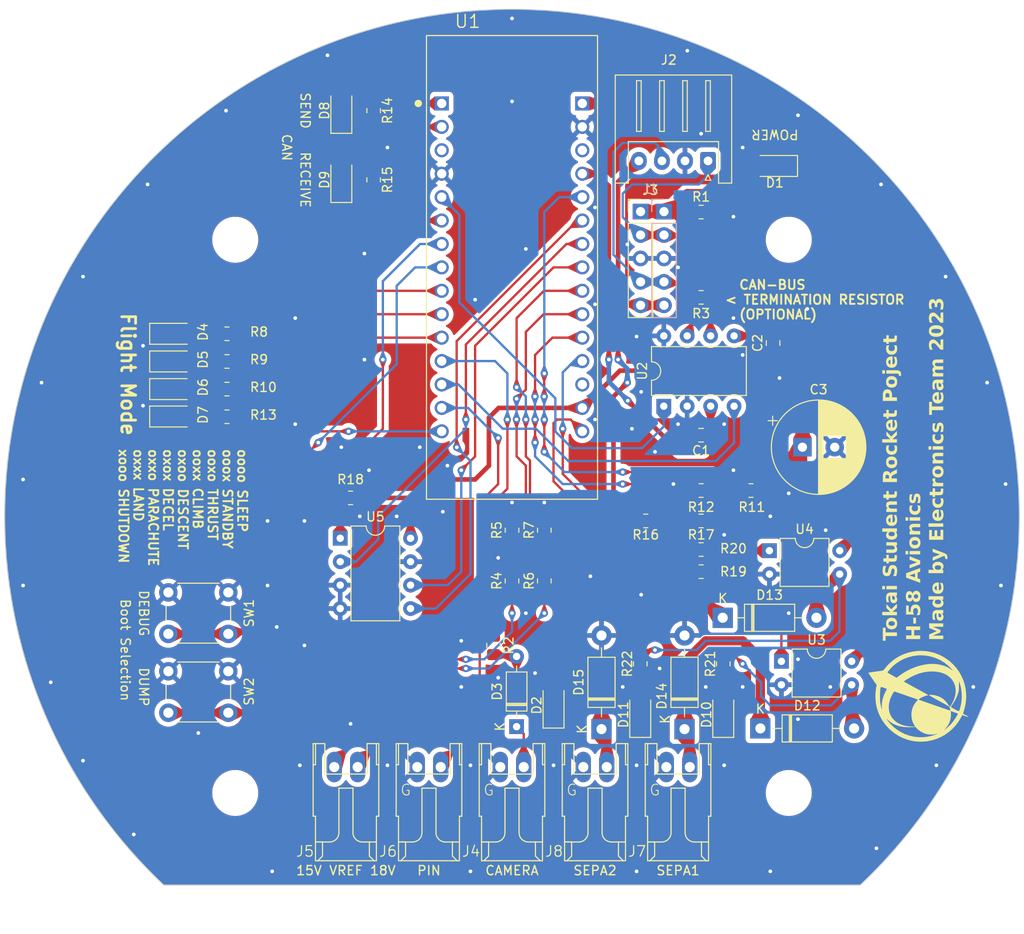
<source format=kicad_pcb>
(kicad_pcb (version 20221018) (generator pcbnew)
  (layers (0 "F.Cu" signal) (31 "B.Cu" signal) (34 "B.Paste" user) (35 "F.Paste" user) (36 "B.SilkS" user "B.Silkscreen") (37 "F.SilkS" user "F.Silkscreen") (38 "B.Mask" user) (39 "F.Mask" user) (44 "Edge.Cuts" user))
  (net 0 "")
  (net 1 "CAN_H")
  (net 2 "GND")
  (net 3 "+5V")
  (net 4 "+3.3V")
  (net 5 "CAN_L")
  (net 6 "CAN_TX")
  (net 7 "CAN_RX")
  (net 11 "FLIGHT_PIN")
  (net 12 "SOLENOID_POWER")
  (net 13 "Net-(D5-A)")
  (net 14 "Net-(D6-A)")
  (net 15 "Net-(D7-A)")
  (net 16 "Net-(D8-A)")
  (net 17 "Net-(D9-A)")
  (net 18 "CONTROL_SEPARATOR_1")
  (net 19 "CONTROL_SEPARATOR_0")
  (net 20 "CONTROL_CAMERA")
  (net 21 "FLIGHT_MODE_BIT_0")
  (net 22 "FLIGHT_MODE_BIT_1")
  (net 23 "FLIGHT_MODE_BIT_2")
  (net 24 "FLIGHT_MODE_BIT_3")
  (net 25 "DEBUG_MODE")
  (net 26 "Net-(D1-A)")
  (net 27 "VOLTAGE_5V")
  (net 28 "VOLTAGE_12V")
  (net 29 "VOLTAGE_15V")
  (net 30 "VOLTAGE_18V")
  (net 31 "DUMP_MODE")
  (net 32 "Net-(D2-A)")
  (net 33 "Net-(D3-K)")
  (net 34 "Net-(D4-A)")
  (net 35 "Net-(J5-Pin_1)")
  (net 36 "Net-(J5-Pin_2)")
  (net 37 "SPI_CS_FRAM")
  (net 38 "SPI_MISO")
  (net 39 "SPI_MOSI")
  (net 40 "SPI_SCLK")
  (net 41 "CAN_RECEIVE_STATUS")
  (net 42 "CAN_SEND_STATUS")
  (net 43 "Net-(D10-A)")
  (net 44 "Net-(D11-A)")
  (net 45 "Net-(D12-K)")
  (net 46 "Net-(D13-K)")
  (net 47 "Net-(R19-Pad2)")
  (net 48 "Net-(R20-Pad2)")
  (net 49 "Net-(D12-A)")
  (net 50 "Net-(D13-A)")
  (footprint "Hirose_Connector:Hirose_DF1B" (layer "F.Cu") (at 166.5 136)
    (fp_text reference "J7")
    (fp_text value "Conn_01x02_Pin")
  )
  (footprint "MountingHole:MountingHole_4.5mm" (layer "F.Cu") (at 178.5 75)
    (fp_text reference "REF**" hide)
    (fp_text value "MountingHole_4.5mm")
  )
  (footprint "Resistor_SMD:R_0805_2012Metric_Pad1.20x1.40mm_HandSolder" (layer "F.Cu") (at 169 105.5)
    (fp_text reference "R17")
    (fp_text value "?Ω")
  )
  (footprint "Resistor_SMD:R_0805_2012Metric_Pad1.20x1.40mm_HandSolder" (layer "F.Cu") (at 148.5 112 90)
    (fp_text reference "R4")
    (fp_text value "?Ω")
  )
  (footprint "Button_Switch_THT:SW_PUSH_6mm" (layer "F.Cu") (at 111.25 113.25)
    (fp_text reference "SW1")
    (fp_text value "SW_Push")
  )
  (footprint "Resistor_SMD:R_0805_2012Metric_Pad1.20x1.40mm_HandSolder" (layer "F.Cu") (at 169 72)
    (fp_text reference "R1")
    (fp_text value "2kΩ")
  )
  (footprint "Package_DIP:DIP-8_W7.62mm" (layer "F.Cu") (at 164.95 93.05 90)
    (fp_text reference "U2")
    (fp_text value "MCP2562-E-P")
  )
  (footprint "Diode_THT:D_DO-41_SOD81_P10.16mm_Horizontal" (layer "F.Cu") (at 171.34 116)
    (fp_text reference "D13")
    (fp_text value "1N4007")
  )
  (footprint "Resistor_SMD:R_0805_2012Metric_Pad1.20x1.40mm_HandSolder" (layer "F.Cu") (at 146.5 119 -90)
    (fp_text reference "R2")
    (fp_text value "330Ω")
  )
  (footprint "Package_DIP:DIP-4_W7.62mm" (layer "F.Cu") (at 177.7 120.725)
    (fp_text reference "U3")
    (fp_text value "TLP222A")
  )
  (footprint "Diode_THT:D_DO-41_SOD81_P10.16mm_Horizontal" (layer "F.Cu") (at 158.2 128.08 90)
    (fp_text reference "D15")
    (fp_text value "1N4007")
  )
  (footprint "Resistor_SMD:R_0805_2012Metric_Pad1.20x1.40mm_HandSolder" (layer "F.Cu") (at 169 102.2 180)
    (fp_text reference "R12")
    (fp_text value "?Ω")
  )
  (footprint "LED_SMD:LED_1206_3216Metric_Pad1.42x1.75mm_HandSolder" (layer "F.Cu") (at 111.6875 85.2)
    (fp_text reference "D4")
    (fp_text value "LED")
  )
  (footprint "Connector_JST:JST_XH_S4B-XH-A_1x04_P2.50mm_Horizontal" (layer "F.Cu") (at 169.75 66.45 180)
    (fp_text reference "J2")
    (fp_text value "Conn_01x04_Pin")
  )
  (footprint "Resistor_SMD:R_0805_2012Metric_Pad1.20x1.40mm_HandSolder" (layer "F.Cu") (at 171.400707 121 -90)
    (fp_text reference "R21")
    (fp_text value "2kΩ")
  )
  (footprint "Hirose_Connector:Hirose_DF1B" (layer "F.Cu") (at 157.5 136)
    (fp_text reference "J8")
    (fp_text value "Conn_01x02_Pin")
  )
  (footprint "Capacitor_SMD:C_0805_2012Metric_Pad1.18x1.45mm_HandSolder" (layer "F.Cu") (at 169 96.2 180)
    (fp_text reference "C1")
    (fp_text value "0.1μF")
  )
  (footprint "LED_SMD:LED_1206_3216Metric_Pad1.42x1.75mm_HandSolder" (layer "F.Cu") (at 162.4 126.5135 90)
    (fp_text reference "D11")
    (fp_text value "LED")
  )
  (footprint "LED_SMD:LED_1206_3216Metric_Pad1.42x1.75mm_HandSolder" (layer "F.Cu") (at 111.6875 88.2)
    (fp_text reference "D5")
    (fp_text value "LED")
  )
  (footprint "Button_Switch_THT:SW_PUSH_6mm" (layer "F.Cu") (at 111.25 121.8)
    (fp_text reference "SW2")
    (fp_text value "SW_Push")
  )
  (footprint "Resistor_SMD:R_0805_2012Metric_Pad1.20x1.40mm_HandSolder" (layer "F.Cu") (at 117.6 88.2 180)
    (fp_text reference "R9")
    (fp_text value "100Ω")
  )
  (footprint "Resistor_SMD:R_0805_2012Metric_Pad1.20x1.40mm_HandSolder" (layer "F.Cu") (at 117.6 94.2 180)
    (fp_text reference "R13")
    (fp_text value "100Ω")
  )
  (footprint "Resistor_SMD:R_0805_2012Metric_Pad1.20x1.40mm_HandSolder" (layer "F.Cu") (at 117.6 85.2 180)
    (fp_text reference "R8")
    (fp_text value "100Ω")
  )
  (footprint "Resistor_SMD:R_0805_2012Metric_Pad1.20x1.40mm_HandSolder" (layer "F.Cu") (at 131 103 180)
    (fp_text reference "R18")
    (fp_text value "4.7kΩ")
  )
  (footprint "LED_SMD:LED_1206_3216Metric_Pad1.42x1.75mm_HandSolder" (layer "F.Cu") (at 111.6875 94.17)
    (fp_text reference "D7")
    (fp_text value "LED")
  )
  (footprint "Resistor_SMD:R_0805_2012Metric_Pad1.20x1.40mm_HandSolder" (layer "F.Cu") (at 163 105.5)
    (fp_text reference "R16")
    (fp_text value "?Ω")
  )
  (footprint "LED_SMD:LED_1206_3216Metric_Pad1.42x1.75mm_HandSolder" (layer "F.Cu") (at 130 68.5 90)
    (fp_text reference "D9")
    (fp_text value "LED")
  )
  (footprint "Capacitor_SMD:C_0805_2012Metric_Pad1.18x1.45mm_HandSolder" (layer "F.Cu") (at 176.8 86.2 90)
    (fp_text reference "C2")
    (fp_text value "0.1μF")
  )
  (footprint "Resistor_SMD:R_0805_2012Metric_Pad1.20x1.40mm_HandSolder" (layer "F.Cu") (at 133.5 68.5 90)
    (fp_text reference "R15")
    (fp_text value "100Ω")
  )
  (footprint "Hirose_Connector:Hirose_DF1B" (layer "F.Cu") (at 148.5 136)
    (fp_text reference "J4")
    (fp_text value "Conn_01x02_Pin")
  )
  (footprint "LED_SMD:LED_1206_3216Metric_Pad1.42x1.75mm_HandSolder" (layer "F.Cu") (at 130 61 90)
    (fp_text reference "D8")
    (fp_text value "LED")
  )
  (footprint "Resistor_SMD:R_0805_2012Metric_Pad1.20x1.40mm_HandSolder" (layer "F.Cu") (at 169 81.25)
    (fp_text reference "R3")
    (fp_text value "120R1/4W")
  )
  (footprint "Resistor_SMD:R_0805_2012Metric_Pad1.20x1.40mm_HandSolder" (layer "F.Cu") (at 133.5 61 90)
    (fp_text reference "R14")
    (fp_text value "100Ω")
  )
  (footprint "MountingHole:MountingHole_4.5mm" (layer "F.Cu") (at 118.5 135)
    (fp_text reference "REF**" hide)
    (fp_text value "MountingHole_4.5mm")
  )
  (footprint "Package_DIP:DIP-8_W7.62mm" (layer "F.Cu") (at 129.88 107.38)
    (fp_text reference "U5")
    (fp_text value "MB85RS2MT")
  )
  (footprint "Resistor_SMD:R_0805_2012Metric_Pad1.20x1.40mm_HandSolder" (layer "F.Cu") (at 117.6 91.2 180)
    (fp_text reference "R10")
    (fp_text value "100Ω")
  )
  (footprint "Resistor_SMD:R_0805_2012Metric_Pad1.20x1.40mm_HandSolder" (layer "F.Cu") (at 162.4 121 -90)
    (fp_text reference "R22")
    (fp_text value "2kΩ")
  )
  (footprint "Resistor_SMD:R_0805_2012Metric_Pad1.20x1.40mm_HandSolder" (layer "F.Cu") (at 174.4 102.2 180)
    (fp_text reference "R11")
    (fp_text value "?Ω")
  )
  (footprint "Resistor_SMD:R_0805_2012Metric_Pad1.20x1.40mm_HandSolder" (layer "F.Cu") (at 152 112 90)
    (fp_text reference "R6")
    (fp_text value "?Ω")
  )
  (footprint "Hirose_Connector:Hirose_DF1B" (layer "F.Cu") (at 139.5 136)
    (fp_text reference "J6")
    (fp_text value "Conn_01x02_Pin")
  )
  (footprint "Connector_PinHeader_2.54mm:PinHeader_1x05_P2.54mm_Vertical" (layer "F.Cu") (at 162.435 71.95)
    (fp_text reference "J3")
    (fp_text value "Conn_01x05_Pin")
  )
  (footprint "MountingHole:MountingHole_4.5mm" (layer "F.Cu") (at 178.5 135)
    (fp_text reference "REF**" hide)
    (fp_text value "MountingHole_4.5mm")
  )
  (footprint "LED_SMD:LED_1206_3216Metric_Pad1.42x1.75mm_HandSolder" (layer "F.Cu") (at 171.4 126.5135 90)
    (fp_text reference "D10")
    (fp_text value "LED")
  )
  (footprint "Resistor_SMD:R_0805_2012Metric_Pad1.20x1.40mm_HandSolder" (layer "F.Cu") (at 169 111)
    (fp_text reference "R19")
    (fp_text value "100Ω")
  )
  (footprint "LED_SMD:LED_1206_3216Metric_Pad1.42x1.75mm_HandSolder" (layer "F.Cu") (at 153 125.5 90)
    (fp_text reference "D2")
    (fp_text value "LED")
  )
  (footprint "Hirose_Connector:Hirose_DF1B" (layer "F.Cu") (at 130.5 136)
    (fp_text reference "J5")
    (fp_text value "Conn_01x02_Pin")
  )
  (footprint "NUCLEO-F303K8:MODULE_NUCLEO-F303K8" (layer "F.Cu") (at 148.5 78)
    (fp_text reference "U1")
    (fp_text value "NUCLEO-F303K8")
  )
  (footprint "Package_DIP:DIP-4_W7.62mm" (layer "F.Cu") (at 176.4 108.725)
    (fp_text reference "U4")
    (fp_text value "TLP222A")
  )
  (footprint "Diode_THT:D_DO-41_SOD81_P10.16mm_Horizontal" (layer "F.Cu") (at 175.42 128)
    (fp_text reference "D12")
    (fp_text value "1N4007")
  )
  (footprint "Resistor_SMD:R_0805_2012Metric_Pad1.20x1.40mm_HandSolder" (layer "F.Cu") (at 152 106.5 90)
    (fp_text reference "R7")
    (fp_text value "?Ω")
  )
  (footprint "LED_SMD:LED_1206_3216Metric_Pad1.42x1.75mm_HandSolder" (layer "F.Cu") (at 176.9875 67 180)
    (fp_text reference "D1")
    (fp_text value "LED")
  )
  (footprint "MountingHole:MountingHole_4.5mm" (layer "F.Cu") (at 118.5 75)
    (fp_text reference "REF**" hide)
    (fp_text value "MountingHole_4.5mm")
  )
  (footprint "Resistor_SMD:R_0805_2012Metric_Pad1.20x1.40mm_HandSolder" (layer "F.Cu") (at 169 108.6)
    (fp_text reference "R20")
    (fp_text value "100Ω")
  )
  (footprint "LOGO" (layer "F.Cu") (at 192.5 124.5 90)
    (fp_text reference "G***" hide)
    (fp_text value "LOGO" hide)
  )
  (footprint "Diode_THT:D_DO-35_SOD27_P7.62mm_Horizontal" (layer "F.Cu") (at 149 127.81 90)
    (fp_text reference "D3")
    (fp_text value "1N4148")
  )
  (footprint "Resistor_SMD:R_0805_2012Metric_Pad1.20x1.40mm_HandSolder" (layer "F.Cu") (at 148.5 106.5 90)
    (fp_text reference "R5")
    (fp_text value "?Ω")
  )
  (footprint "LED_SMD:LED_1206_3216Metric_Pad1.42x1.75mm_HandSolder" (layer "F.Cu") (at 111.6875 91.2)
    (fp_text reference "D6")
    (fp_text value "LED")
  )
  (footprint "Capacitor_THT:CP_Radial_D10.0mm_P3.50mm" (layer "F.Cu") (at 179.982323 97.5)
    (fp_text reference "C3")
    (fp_text value "470μF")
  )
  (footprint "Diode_THT:D_DO-41_SOD81_P10.16mm_Horizontal" (layer "F.Cu") (at 167.2 128.08 90)
    (fp_text reference "D14")
    (fp_text value "1N4007")
  )
  (footprint "Connector_PinSocket_2.54mm:PinSocket_1x05_P2.54mm_Vertical" (layer "B.Cu") (at 164.975 71.95 180)
    (fp_text reference "J1")
    (fp_text value "Conn_01x05_Socket")
  )
  (gr_arc locked (start 110.75 145) (mid 148.5 49.999432) (end 186.25 145) (stroke (width 0.1)) (layer "Edge.Cuts"))
  (gr_line locked (start 186.25 145) (end 110.75 145) (stroke (width 0.1)) (layer "Edge.Cuts"))
  (gr_text "CAN" (at 123.5 65 -90) (layer "F.SilkS") (effects (font (size 1 1)) (justify bottom)))
  (gr_text "DEBUG" (at 108 115.5 270) (layer "F.SilkS") (effects (font (size 1 1)) (justify bottom)))
  (gr_text "  CAN-BUS\n< TERMINATION RESISTOR\n  (OPTIONAL)" (at 171.5 81.5) (layer "F.SilkS") (effects (font (size 1 1) (thickness 0.2) bold) (justify left)))
  (gr_text "DUMP" (at 108 123.5 270) (layer "F.SilkS") (effects (font (size 1 1)) (justify bottom)))
  (gr_text "SEPA1" (at 166.5 144) (layer "F.SilkS") (effects (font (size 1 1)) (justify bottom)))
  (gr_text "POWER" (at 177 63 180) (layer "F.SilkS") (effects (font (size 1 1)) (justify bottom)))
  (gr_text "18V" (at 134.5 144) (layer "F.SilkS") (effects (font (size 1 1)) (justify bottom)))
  (gr_text "RECEIVE" (at 125.5 68.5 -90) (layer "F.SilkS") (effects (font (size 1 1)) (justify bottom)))
  (gr_text "SEND" (at 125.5 61 -90) (layer "F.SilkS") (effects (font (size 1 1)) (justify bottom)))
  (gr_text "oooo SLEEP\nooox STANDBY\nooxo THRUST\nooxx CLIMB\noxoo DESCENT\noxox DECEL\noxxo PARACHUTE\noxxx LAND\nxooo SHUTDOWN" (at 105.8 97.6 270) (layer "F.SilkS") (effects (font (size 1 1) (thickness 0.2) bold) (justify left bottom)))
  (gr_text "15V" (at 126.5 144) (layer "F.SilkS") (effects (font (size 1 1)) (justify bottom)))
  (gr_text "VREF" (at 130.5 144) (layer "F.SilkS") (effects (font (size 1 1)) (justify bottom)))
  (gr_text "SEPA2" (at 157.5 144) (layer "F.SilkS") (effects (font (size 1 1)) (justify bottom)))
  (gr_text "Made by Electronics Team 2023" (at 195.5 118.5 90) (layer "F.SilkS") (effects (font (size 1.5 1.5) (thickness 0.25) bold) (justify left bottom)))
  (gr_text "Boot Selection\n" (at 106 119.5 270) (layer "F.SilkS") (effects (font (size 1 1)) (justify bottom)))
  (gr_text "CAMERA" (at 148.5 144) (layer "F.SilkS") (effects (font (size 1 1)) (justify bottom)))
  (gr_text "Tokai Student Rocket Poject\nH-58 Avionics" (at 193 118.5 90) (layer "F.SilkS") (effects (font (size 1.5 1.5) (thickness 0.3) bold) (justify left bottom)))
  (gr_text "Flight Mode" (at 106 89.6 -90) (layer "F.SilkS") (effects (font (size 1.5 1.5) (thickness 0.3) bold) (justify bottom)))
  (gr_text "PIN" (at 139.5 144) (layer "F.SilkS") (effects (font (size 1 1)) (justify bottom)))
  (segment (start 168 81.25) (end 168 84.92) (width 0.25) (layer "F.Cu") (net 1))
  (segment (start 168 81.25) (end 166.32 79.57) (width 0.25) (layer "F.Cu") (net 1))
  (segment (start 166.32 79.57) (end 164.975 79.57) (width 0.25) (layer "F.Cu") (net 1))
  (segment (start 168 84.92) (end 167.49 85.43) (width 0.25) (layer "F.Cu") (net 1))
  (segment (start 159.5 76.635) (end 159.5 65.5) (width 0.25) (layer "B.Cu") (net 1))
  (segment (start 160.5 64.5) (end 164 64.5) (width 0.25) (layer "B.Cu") (net 1))
  (segment (start 164.75 65.25) (end 164.75 66.45) (width 0.25) (layer "B.Cu") (net 1))
  (segment (start 164 64.5) (end 164.75 65.25) (width 0.25) (layer "B.Cu") (net 1))
  (segment (start 159.5 65.5) (end 160.5 64.5) (width 0.25) (layer "B.Cu") (net 1))
  (segment (start 162.435 79.57) (end 164.975 79.57) (width 0.25) (layer "B.Cu") (net 1))
  (segment (start 162.435 79.57) (end 159.5 76.635) (width 0.25) (layer "B.Cu") (net 1))
  (via (at 162.5 91.5) (size 0.8) (drill 0.4) (layers "F.Cu" "B.Cu") (net 2))
  (via (at 143 118.5) (size 0.8) (drill 0.4) (layers "F.Cu" "B.Cu") (net 2))
  (via (at 128.5 55) (size 0.8) (drill 0.4) (layers "F.Cu" "B.Cu") (net 2))
  (via (at 132 105) (size 0.8) (drill 0.4) (layers "F.Cu" "B.Cu") (net 2))
  (via (at 164.5 121.5) (size 0.8) (drill 0.4) (layers "F.Cu" "B.Cu") (net 2))
  (via (at 178.5 102.5) (size 0.8) (drill 0.4) (layers "F.Cu" "B.Cu") (net 2))
  (via (at 171.5 107) (size 0.8) (drill 0.4) (layers "F.Cu" "B.Cu") (net 2))
  (via (at 201.5 112.5) (size 0.8) (drill 0.4) (layers "F.Cu" "B.Cu") (net 2))
  (via (at 157 111.5) (size 0.8) (drill 0.4) (layers "F.Cu" "B.Cu") (net 2))
  (via (at 152 103.5) (size 0.8) (drill 0.4) (layers "F.Cu" "B.Cu") (net 2))
  (via (at 122 105.5) (size 0.8) (drill 0.4) (layers "F.Cu" "B.Cu") (net 2))
  (via (at 153 132) (size 0.8) (drill 0.4) (layers "F.Cu" "B.Cu") (net 2))
  (via (at 172.5 83.5) (size 0.8) (drill 0.4) (layers "F.Cu" "B.Cu") (net 2))
  (via (at 122.5 143.5) (size 0.8) (drill 0.4) (layers "F.Cu" "B.Cu") (net 2))
  (via (at 130 97.5) (size 0.8) (drill 0.4) (layers "F.Cu" "B.Cu") (net 2))
  (via (at 179.5 61.5) (size 0.8) (drill 0.4) (layers "F.Cu" "B.Cu") (net 2))
  (via (at 188.5 69) (size 0.8) (drill 0.4) (layers "F.Cu" "B.Cu") (net 2))
  (via (at 169.5 123.5) (size 0.8) (drill 0.4) (layers "F.Cu" "B.Cu") (net 2))
  (via (at 141.5 99.5) (size 0.8) (drill 0.4) (layers "F.Cu" "B.Cu") (net 2))
  (via (at 162 132) (size 0.8) (drill 0.4) (layers "F.Cu" "B.Cu") (net 2))
  (via (at 169 63.5) (size 0.8) (drill 0.4) (layers "F.Cu" "B.Cu") (net 2))
  (via (at 123 117) (size 0.8) (drill 0.4) (layers "F.Cu" "B.Cu") (net 2))
  (via (at 147 122.5) (size 0.8) (drill 0.4) (layers "F.Cu" "B.Cu") (net 2))
  (via (at 132.5 88) (size 0.8) (drill 0.4) (layers "F.Cu" "B.Cu") (net 2))
  (via (at 144 132) (size 0.8) (drill 0.4) (layers "F.Cu" "B.Cu") (net 2))
  (via (at 173.5 123.5) (size 0.8) (drill 0.4) (layers "F.Cu" "B.Cu") (net 2))
  (via (at 147 109.5) (size 0.8) (drill 0.4) (layers "F.Cu" "B.Cu") (net 2))
  (via (at 177.5 90) (size 0.8) (drill 0.4) (layers "F.Cu" "B.Cu") (net 2))
  (via (at 178.5 115.5) (size 0.8) (drill 0.4) (layers "F.Cu" "B.Cu") (net 2))
  (via (at 138.5 97.5) (size 0.8) (drill 0.4) (layers "F.Cu" "B.Cu") (net 2))
  (via (at 176.5 105) (size 0.8) (drill 0.4) (layers "F.Cu" "B.Cu") (net 2))
  (via (at 148.5 103.5) (size 0.8) (drill 0.4) (layers "F.Cu" "B.Cu") (net 2))
  (via (at 164 98) (size 0.8) (drill 0.4) (layers "F.Cu" "B.Cu") (net 2))
  (via (at 144 143.5) (size 0.8) (drill 0.4) (layers "F.Cu" "B.Cu") (net 2))
  (via (at 141 104.5) (size 0.8) (drill 0.4) (layers "F.Cu" "B.Cu") (net 2))
  (via (at 162.5 113.5) (size 0.8) (drill 0.4) (layers "F.Cu" "B.Cu") (net 2))
  (via (at 122 112.5) (size 0.8) (drill 0.4) (layers "F.Cu" "B.Cu") (net 2))
  (via (at 172.5 100) (size 0.8) (drill 0.4) (layers "F.Cu" "B.Cu") (net 2))
  (via (at 180.5 82.5) (size 0.8) (drill 0.4) (layers "F.Cu" "B.Cu") (net 2))
  (via (at 125.5 132) (size 0.8) (drill 0.4) (layers "F.Cu" "B.Cu") (net 2))
  (via (at 167.5 54.5) (size 0.8) (drill 0.4) (layers "F.Cu" "B.Cu") (net 2))
  (via (at 162 85.5) (size 0.8) (drill 0.4) (layers "F.Cu" "B.Cu") (net 2))
  (via (at 157.5 82) (size 0.8) (drill 0.4) (layers "F.Cu" "B.Cu") (net 2))
  (via (at 166 101.5) (size 0.8) (drill 0.4) (layers "F.Cu" "B.Cu") (net 2))
  (via (at 125 83.5) (size 0.8) (drill 0.4) (layers "F.Cu" "B.Cu") (net 2))
  (via (at 160.5 123.5) (size 0.8) (drill 0.4) (layers "F.Cu" "B.Cu") (net 2))
  (via (at 136 105) (size 0.8) (drill 0.4) (layers "F.Cu" "B.Cu") (net 2))
  (via (at 172.5 72.5) (size 0.8) (drill 0.4) (layers "F.Cu" "B.Cu") (net 2))
  (via (at 173.5 65) (size 0.8) (drill 0.4) (layers "F.Cu" "B.Cu") (net 2))
  (via (at 95.5 101) (size 0.8) (drill 0.4) (layers "F.Cu" "B.Cu") (net 2))
  (via (at 198.5 123.5) (size 0.8) (drill 0.4) (layers "F.Cu" "B.Cu") (net 2))
  (via (at 182.5 106.5) (size 0.8) (drill 0.4) (layers "F.Cu" "B.Cu") (net 2))
  (via (at 117.5 61) (size 0.8) (drill 0.4) (layers "F.Cu" "B.Cu") (net 2))
  (via (at 143 123.5) (size 0.8) (drill 0.4) (layers "F.Cu" "B.Cu") (net 2))
  (via (at 151 122) (size 0.8) (drill 0.4) (layers "F.Cu" "B.Cu") (net 2))
  (via (at 125 95) (size 0.8) (drill 0.4) (layers "F.Cu" "B.Cu") (net 2))
  (via (at 144.5 81.5) (size 0.8) (drill 0.4) (layers "F.Cu" "B.Cu") (net 2))
  (via (at 161 75.5) (size 0.8) (drill 0.4) (layers "F.Cu" "B.Cu") (net 2))
  (via (at 107.5 139.5) (size 0.8) (drill 0.4) (layers "F.Cu" "B.Cu") (net 2))
  (via (at 202 101.5) (size 0.8) (drill 0.4) (layers "F.Cu" "B.Cu") (net 2))
  (via (at 97.5 90.5) (size 0.8) (drill 0.4) (layers "F.Cu" "B.Cu") (net 2))
  (via (at 133 100) (size 0.8) (drill 0.4) (layers "F.Cu" "B.Cu") (net 2))
  (via (at 166.5 95) (size 0.8) (drill 0.4) (layers "F.Cu" "B.Cu") (net 2))
  (via (at 132.5 76.5) (size 0.8) (drill 0.4) (layers "F.Cu" "B.Cu") (net 2))
  (via (at 179.5 120.5) (size 0.8) (drill 0.4) (layers "F.Cu" "B.Cu") (net 2))
  (via (at 166.5 78) (size 0.8) (drill 0.4) (layers "F.Cu" "B.Cu") (net 2))
  (via (at 157.5 94.5) (size 0.8) (drill 0.4) (layers "F.Cu" "B.Cu") (net 2))
  (via (at 102 79) (size 0.8) (drill 0.4) (layers "F.Cu" "B.Cu") (net 2))
  (via (at 95.5 112.5) (size 0.8) (drill 0.4) (layers "F.Cu" "B.Cu") (net 2))
  (via (at 183 123.5) (size 0.8) (drill 0.4) (layers "F.Cu" "B.Cu") (net 2))
  (via (at 162 143.5) (size 0.8) (drill 0.4) (layers "F.Cu" "B.Cu") (net 2))
  (via (at 171.5 132) (size 0.8) (drill 0.4) (layers "F.Cu" "B.Cu") (net 2))
  (via (at 98.5 123) (size 0.8) (drill 0.4) (layers "F.Cu" "B.Cu") (net 2))
  (via (at 102 131.5) (size 0.8) (drill 0.4) (layers "F.Cu" "B.Cu") (net 2))
  (via (at 179.5 127) (size 0.8) (drill 0.4) (layers "F.Cu" "B.Cu") (net 2))
  (via (at 109 69) (size 0.8) (drill 0.4) (layers "F.Cu" "B.Cu") (net 2))
  (via (at 157.5 71.5) (size 0.8) (drill 0.4) (layers "F.Cu" "B.Cu") (net 2))
  (via (at 114.5 128.5) (size 0.8) (drill 0.4) (layers "F.Cu" "B.Cu") (net 2))
  (via (at 131 127.5) (size 0.8) (drill 0.4) (layers "F.Cu" "B.Cu") (net 2))
  (via (at 148.5 51) (size 0.8) (drill 0.4) (layers "F.Cu" "B.Cu") (net 2))
  (via (at 135 132) (size 0.8) (drill 0.4) (layers "F.Cu" "B.Cu") (net 2))
  (via (at 161.5 95.5) (size 0.8) (drill 0.4) (layers "F.Cu" "B.Cu") (net 2))
  (via (at 108.5 86.5) (size 0.8) (drill 0.4) (layers "F.Cu" "B.Cu") (net 2))
  (via (at 171.5 95) (size 0.8) (drill 0.4) (layers "F.Cu" "B.Cu") (net 2))
  (via (at 135 65) (size 0.8) (drill 0.4) (layers "F.Cu" "B.Cu") (net 2))
  (via (at 176.5 143.5) (size 0.8) (drill 0.4) (layers "F.Cu" "B.Cu") (net 2))
  (via (at 148.5 60) (size 0.8) (drill 0.4) (layers "F.Cu" "B.Cu") (net 2))
  (via (at 150 76) (size 0.8) (drill 0.4) (layers "F.Cu" "B.Cu") (net 2))
  (via (at 200 90.5) (size 0.8) (drill 0.4) (layers "F.Cu" "B.Cu") (net 2))
  (via (at 126 105.5) (size 0.8) (drill 0.4) (layers "F.Cu" "B.Cu") (net 2))
  (via (at 194.5 132) (size 0.8) (drill 0.4) (layers "F.Cu" "B.Cu") (net 2))
  (via (at 126 119) (size 0.8) (drill 0.4) (layers "F.Cu" "B.Cu") (net 2))
  (via (at 150 115.5) (size 0.8) (drill 0.4) (layers "F.Cu" "B.Cu") (net 2))
  (via (at 195.5 79) (size 0.8) (drill 0.4) (layers "F.Cu" "B.Cu") (net 2))
  (via (at 108.5 93) (size 0.8) (drill 0.4) (layers "F.Cu" "B.Cu") (net 2))
  (via (at 188 141) (size 0.8) (drill 0.4) (layers "F.Cu" "B.Cu") (net 2))
  (via (at 173.5 87.5) (size 0.8) (drill 0.4) (layers "F.Cu" "B.Cu") (net 2))
  (segment (start 164.975 82.11) (end 162.435 82.11) (width 0.5) (layer "F.Cu") (net 3))
  (segment (start 157.68 67.84) (end 156.12 67.84) (width 0.5) (layer "F.Cu") (net 3))
  (segment (start 166.6 98) (end 169.2 98) (width 0.5) (layer "F.Cu") (net 3))
  (segment (start 159.5 103) (end 162 105.5) (width 0.5) (layer "F.Cu") (net 3))
  (segment (start 160 81) (end 160 68.7) (width 0.5) (layer "F.Cu") (net 3))
  (segment (start 170.0375 96.2) (end 170.0375 93.0575) (width 0.5) (layer "F.Cu") (net 3))
  (segment (start 170.0375 93.0575) (end 170.03 93.05) (width 0.5) (layer "F.Cu") (net 3))
  (segment (start 162.435 82.11) (end 161.11 82.11) (width 0.5) (layer "F.Cu") (net 3))
  (segment (start 159 88) (end 159 69.16) (width 0.5) (layer "F.Cu") (net 3))
  (segment (start 160 68.7) (end 162.25 66.45) (width 0.5) (layer "F.Cu") (net 3))
  (segment (start 170 96.2375) (end 170.0375 96.2) (width 0.5) (layer "F.Cu") (net 3))
  (segment (start 160 83) (end 160 88) (width 0.5) (layer "F.Cu") (net 3))
  (segment (start 169.2 98) (end 170 97.2) (width 0.5) (layer "F.Cu") (net 3))
  (segment (start 161 90.5) (end 159.5 92) (width 0.5) (layer "F.Cu") (net 3))
  (segment (start 161.11 82.11) (end 160.89 82.11) (width 0.5) (layer "F.Cu") (net 3))
  (segment (start 159.5 92) (end 159.5 103) (width 0.5) (layer "F.Cu") (net 3))
  (segment (start 160.89 82.11) (end 160 83) (width 0.5) (layer "F.Cu") (net 3))
  (segment (start 159 69.16) (end 157.68 67.84) (width 0.5) (layer "F.Cu") (net 3))
  (segment (start 161.11 82.11) (end 160 81) (width 0.5) (layer "F.Cu") (net 3))
  (segment (start 161.05 92.45) (end 166.6 98) (width 0.5) (layer "F.Cu") (net 3))
  (segment (start 170 97.2) (end 170 96.2375) (width 0.5) (layer "F.Cu") (net 3))
  (via (at 161 90.5) (size 0.8) (drill 0.4) (layers "F.Cu" "B.Cu") (net 3))
  (via (at 161.05 92.45) (size 0.8) (drill 0.4) (layers "F.Cu" "B.Cu") (net 3))
  (via (at 160 88) (size 0.8) (drill 0.4) (layers "F.Cu" "B.Cu") (net 3))
  (via (at 159 88) (size 0.8) (drill 0.4) (layers "F.Cu" "B.Cu") (net 3))
  (segment (start 159 90.4) (end 159 88) (width 0.5) (layer "B.Cu") (net 3))
  (segment (start 161 89) (end 160 88) (width 0.5) (layer "B.Cu") (net 3))
  (segment (start 161.05 92.45) (end 159 90.4) (width 0.5) (layer "B.Cu") (net 3))
  (segment (start 161 90.5) (end 161 89) (width 0.5) (layer "B.Cu") (net 3))
  (segment (start 156.12 93.24) (end 156.16 93.24) (width 0.5) (layer "F.Cu") (net 4))
  (segment (start 138.5 103) (end 140.5 101) (width 0.5) (layer "F.Cu") (net 4))
  (segment (start 132 103) (end 138.5 103) (width 0.5) (layer "F.Cu") (net 4))
  (segment (start 140.5 101) (end 144.5 101) (width 0.5) (layer "F.Cu") (net 4))
  (segment (start 144.5 101) (end 146 99.5) (width 0.5) (layer "F.Cu") (net 4))
  (segment (start 147.057918 93.24) (end 156.12 93.24) (width 0.5) (layer "F.Cu") (net 4))
  (segment (start 172.57 85.43) (end 174.9925 85.43) (width 0.5) (layer "F.Cu") (net 4))
  (segment (start 160.2 89.2) (end 174.8375 89.2) (width 0.5) (layer "F.Cu") (net 4))
  (segment (start 174.9925 85.43) (end 176.8 87.2375) (width 0.5) (layer "F.Cu") (net 4))
  (segment (start 146 94.297918) (end 147.057918 93.24) (width 0.5) (layer "F.Cu") (net 4))
  (segment (start 146 99.5) (end 146 94.297918) (width 0.5) (layer "F.Cu") (net 4))
  (segment (start 156.16 93.24) (end 160.2 89.2) (width 0.5) (layer "F.Cu") (net 4))
  (segment (start 137.5 104) (end 138.5 103) (width 0.5) (layer "F.Cu") (net 4))
  (segment (start 137.5 107.38) (end 137.5 104) (width 0.5) (layer "F.Cu") (net 4))
  (segment (start 174.8375 89.2) (end 176.8 87.2375) (width 0.5) (layer "F.Cu") (net 4))
  (segment (start 164.975 74.49) (end 162.435 74.49) (width 0.25) (layer "F.Cu") (net 5))
  (segment (start 168 76) (end 166.49 74.49) (width 0.25) (layer "F.Cu") (net 5))
  (segment (start 168 79.25) (end 168 76) (width 0.25) (layer "F.Cu") (net 5))
  (segment (start 170 81.25) (end 168 79.25) (width 0.25) (layer "F.Cu") (net 5))
  (segment (start 170.03 85.43) (end 170.03 81.28) (width 0.25) (layer "F.Cu") (net 5))
  (segment (start 170.03 81.28) (end 170 81.25) (width 0.25) (layer "F.Cu") (net 5))
  (segment (start 166.49 74.49) (end 164.975 74.49) (width 0.25) (layer "F.Cu") (net 5))
  (segment (start 169.75 68) (end 169.75 66.45) (width 0.25) (layer "B.Cu") (net 5))
  (segment (start 168.75 69) (end 169.75 68) (width 0.25) (layer "B.Cu") (net 5))
  (segment (start 162.435 74.49) (end 160.5 72.555) (width 0.25) (layer "B.Cu") (net 5))
  (segment (start 160.5 70) (end 161.5 69) (width 0.25) (layer "B.Cu") (net 5))
  (segment (start 161.5 69) (end 168.75 69) (width 0.25) (layer "B.Cu") (net 5))
  (segment (start 160.5 72.555) (end 160.5 70) (width 0.25) (layer "B.Cu") (net 5))
  (segment (start 142.8 81.8) (end 153.2 92.2) (width 0.25) (layer "B.Cu") (net 6))
  (segment (start 142.8 72.3) (end 142.8 81.8) (width 0.25) (layer "B.Cu") (net 6))
  (segment (start 153.2 92.2) (end 153.2 95.8) (width 0.25) (layer "B.Cu") (net 6))
  (segment (start 155 97.6) (end 162.6 97.6) (width 0.25) (layer "B.Cu") (net 6))
  (segment (start 162.6 97.6) (end 164.95 95.25) (width 0.25) (layer "B.Cu") (net 6))
  (segment (start 153.2 95.8) (end 155 97.6) (width 0.25) (layer "B.Cu") (net 6))
  (segment (start 140.88 70.38) (end 142.8 72.3) (width 0.25) (layer "B.Cu") (net 6))
  (segment (start 164.95 95.25) (end 164.95 93.05) (width 0.25) (layer "B.Cu") (net 6))
  (segment (start 170.6 99) (end 154.6 99) (width 0.25) (layer "B.Cu") (net 7))
  (segment (start 147.5 95.5) (end 142.7 90.7) (width 0.25) (layer "B.Cu") (net 7))
  (segment (start 172.57 97.03) (end 170.6 99) (width 0.25) (layer "B.Cu") (net 7))
  (segment (start 151.1 95.5) (end 147.5 95.5) (width 0.25) (layer "B.Cu") (net 7))
  (segment (start 154.6 99) (end 151.1 95.5) (width 0.25) (layer "B.Cu") (net 7))
  (segment (start 172.57 93.05) (end 172.57 97.03) (width 0.25) (layer "B.Cu") (net 7))
  (segment (start 142.7 90.7) (end 140.88 90.7) (width 0.25) (layer "B.Cu") (net 7))
  (segment (start 145 127.5) (end 140.77 131.73) (width 0.25) (layer "F.Cu") (net 11))
  (segment (start 145 103.5) (end 145 127.5) (width 0.25) (layer "F.Cu") (net 11))
  (segment (start 147 96.5) (end 147 101.5) (width 0.25) (layer "F.Cu") (net 11))
  (segment (start 140.77 131.73) (end 140.77 132.19) (width 0.25) (layer "F.Cu") (net 11))
  (segment (start 147 101.5) (end 145 103.5) (width 0.25) (layer "F.Cu") (net 11))
  (via (at 147 96.5) (size 0.8) (drill 0.4) (layers "F.Cu" "B.Cu") (net 11))
  (segment (start 147 96.5) (end 143.74 93.24) (width 0.25) (layer "B.Cu") (net 11))
  (segment (start 143.74 93.24) (end 140.88 93.24) (width 0.25) (layer "B.Cu") (net 11))
  (segment (start 171.113706 74) (end 168.05 74) (width 1) (layer "F.Cu") (net 12))
  (segment (start 167.5 70) (end 170.5 70) (width 1) (layer "F.Cu") (net 12))
  (segment (start 186.2 119.845) (end 185.32 120.725) (width 1) (layer "F.Cu") (net 12))
  (segment (start 171.675 62.675) (end 169.22 60.22) (width 1) (layer "F.Cu") (net 12))
  (segment (start 180 97.6) (end 175.4 102.2) (width 1) (layer "F.Cu") (net 12))
  (segment (start 166.05 72) (end 166 71.95) (width 0.25) (layer "F.Cu") (net 12))
  (segment (start 172 80) (end 172 74.886294) (width 1) (layer "F.Cu") (net 12))
  (segment (start 186.2 106.8) (end 186.2 119.845) (width 1) (layer "F.Cu") (net 12))
  (segment (start 171.675 68.769365) (end 171.675 62.675) (width 1) (layer "F.Cu") (net 12))
  (segment (start 177 82) (end 174 82) (width 1) (layer "F.Cu") (net 12))
  (segment (start 180 100.6) (end 185.4 106) (width 1) (layer "F.Cu") (net 12))
  (segment (start 174 82) (end 172 80) (width 1) (layer "F.Cu") (net 12))
  (segment (start 165.55 71.95) (end 167.5 70) (width 1) (layer "F.Cu") (net 12))
  (segment (start 170.5 70) (end 171.4 69.1) (width 1) (layer "F.Cu") (net 12))
  (segment (start 164.975 71.95) (end 166 71.95) (width 1) (layer "F.Cu") (net 12))
  (segment (start 164.975 71.95) (end 162.435 71.95) (width 1) (layer "F.Cu") (net 12))
  (segment (start 185.4 107.345) (end 184.02 108.725) (width 1) (layer "F.Cu") (net 12))
  (segment (start 168 72) (end 166.05 72) (width 0.25) (layer "F.Cu") (net 12))
  (segment (start 171.4 69.044365) (end 171.675 68.769365) (width 1) (layer "F.Cu") (net 12))
  (segment (start 180 95.6) (end 180 100.6) (width 1) (layer "F.Cu") (net 12))
  (segment (start 185.4 106) (end 186.2 106.8) (width 1) (layer "F.Cu") (net 12))
  (segment (start 185.4 106) (end 185.4 107.345) (width 1) (layer "F.Cu") (net 12))
  (segment (start 180 95.6) (end 180 85) (width 1) (layer "F.Cu") (net 12))
  (segment (start 180 95.6) (end 180 97.6) (width 1) (layer "F.Cu") (net 12))
  (segment (start 166 71.95) (end 168.05 74) (width 1) (layer "F.Cu") (net 12))
  (segment (start 172 74.886294) (end 171.113706 74) (width 1) (layer "F.Cu") (net 12))
  (segment (start 169.22 60.22) (end 156.12 60.22) (width 1) (layer "F.Cu") (net 12))
  (segment (start 180 85) (end 177 82) (width 1) (layer "F.Cu") (net 12))
  (segment (start 171.4 69.1) (end 171.4 69.044365) (width 1) (layer "F.Cu") (net 12))
  (segment (start 164.975 71.95) (end 165.55 71.95) (width 1) (layer "F.Cu") (net 12))
  (segment (start 113.175 88.2) (end 116.6 88.2) (width 0.25) (layer "F.Cu") (net 13))
  (segment (start 113.175 91.2) (end 116.6 91.2) (width 0.25) (layer "F.Cu") (net 14))
  (segment (start 113.175 94.17) (end 116.57 94.17) (width 0.25) (layer "F.Cu") (net 15))
  (segment (start 116.57 94.17) (end 116.6 94.2) (width 0.25) (layer "F.Cu") (net 15))
  (segment (start 130 59.5125) (end 133.0125 59.5125) (width 0.25) (layer "F.Cu") (net 16))
  (segment (start 133.0125 59.5125) (end 133.5 60) (width 0.25) (layer "F.Cu") (net 16))
  (segment (start 133.5 67.5) (end 133.0125 67.0125) (width 0.25) (layer "F.Cu") (net 17))
  (segment (start 133.0125 67.0125) (end 130 67.0125) (width 0.25) (layer "F.Cu") (net 17))
  (segment (start 162.2 108.6) (end 168 108.6) (width 0.25) (layer "F.Cu") (net 18))
  (segment (start 154 100.4) (end 162.2 108.6) (width 0.25) (layer "F.Cu") (net 18))
  (segment (start 154 95.5) (end 154 100.4) (width 0.25) (layer "F.Cu") (net 18))
  (via (at 154 95.5) (size 0.8) (drill 0.4) (layers "F.Cu" "B.Cu") (net 18))
  (segment (start 154 89.39) (end 155.23 88.16) (width 0.25) (layer "B.Cu") (net 18))
  (segment (start 155.23 88.16) (end 156.12 88.16) (width 0.25) (layer "B.Cu") (net 18))
  (segment (start 154 95.5) (end 154 89.39) (width 0.25) (layer "B.Cu") (net 18))
  (segment (start 153 94.9) (end 153.4 94.5) (width 0.25) (layer "F.Cu") (net 19))
  (segment (start 168 111) (end 162.8 111) (width 0.25) (layer "F.Cu") (net 19))
  (segment (start 153 101.2) (end 153 94.9) (width 0.25) (layer "F.Cu") (net 19))
  (segment (start 153.4 94.5) (end 154.84 94.5) (width 0.25) (layer "F.Cu") (net 19))
  (segment (start 162.8 111) (end 153 101.2) (width 0.25) (layer "F.Cu") (net 19))
  (segment (start 154.84 94.5) (end 156.12 95.78) (width 0.25) (layer "F.Cu") (net 19))
  (segment (start 146 117.5) (end 146.5 118) (width 0.25) (layer "F.Cu") (net 20))
  (segment (start 148 102) (end 146 104) (width 0.25) (layer "F.Cu") (net 20))
  (segment (start 148 94.516611) (end 148 102) (width 0.25) (layer "F.Cu") (net 20))
  (segment (start 146 104) (end 146 117.5) (width 0.25) (layer "F.Cu") (net 20))
  (segment (start 147.988348 94.504959) (end 148 94.516611) (width 0.25) (layer "F.Cu") (net 20))
  (via (at 147.988348 94.504959) (size 0.8) (drill 0.4) (layers "F.Cu" "B.Cu") (net 20))
  (segment (start 146.66 88.16) (end 140.88 88.16) (width 0.25) (layer "B.Cu") (net 20))
  (segment (start 148 89.5) (end 146.66 88.16) (width 0.25) (layer "B.Cu") (net 20))
  (segment (start 147.988348 94.504959) (end 148 94.493307) (width 0.25) (layer "B.Cu") (net 20))
  (segment (start 148 94.493307) (end 148 89.5) (width 0.25) (layer "B.Cu") (net 20))
  (segment (start 125.8 85.2) (end 123.2 85.2) (width 0.25) (layer "F.Cu") (net 21))
  (segment (start 140.88 72.92) (end 138.08 72.92) (width 0.25) (layer "F.Cu") (net 21))
  (segment (start 138.08 72.92) (end 125.8 85.2) (width 0.25) (layer "F.Cu") (net 21))
  (segment (start 123.2 85.2) (end 118.6 85.2) (width 0.25) (layer "F.Cu") (net 21))
  (segment (start 132.66 80.54) (end 125 88.2) (width 0.25) (layer "F.Cu") (net 22))
  (segment (start 125 88.2) (end 118.6 88.2) (width 0.25) (layer "F.Cu") (net 22))
  (segment (start 140.88 80.54) (end 132.66 80.54) (width 0.25) (layer "F.Cu") (net 22))
  (segment (start 118.6 91.2) (end 124.2 91.2) (width 0.25) (layer "F.Cu") (net 23))
  (segment (start 132.32 83.08) (end 140.88 83.08) (width 0.25) (layer "F.Cu") (net 23))
  (segment (start 124.2 91.2) (end 132.32 83.08) (width 0.25) (layer "F.Cu") (net 23))
  (segment (start 140.88 85.62) (end 131.98 85.62) (width 0.25) (layer "F.Cu") (net 24))
  (segment (start 123.4 94.2) (end 118.6 94.2) (width 0.25) (layer "F.Cu") (net 24))
  (segment (start 131.98 85.62) (end 123.4 94.2) (width 0.25) (layer "F.Cu") (net 24))
  (segment (start 127.22 95.78) (end 123.5 99.5) (width 0.25) (layer "F.Cu") (net 25))
  (segment (start 130.78 95.78) (end 127.22 95.78) (width 0.25) (layer "F.Cu") (net 25))
  (segment (start 123.5 99.5) (end 123.5 113.5) (width 0.25) (layer "F.Cu") (net 25))
  (segment (start 111.25 117.75) (end 117.75 117.75) (width 0.25) (layer "F.Cu") (net 25))
  (segment (start 119.25 117.75) (end 117.75 117.75) (width 0.25) (layer "F.Cu") (net 25))
  (segment (start 123.5 113.5) (end 119.25 117.75) (width 0.25) (layer "F.Cu") (net 25))
  (via (at 130.78 95.78) (size 0.8) (drill 0.4) (layers "F.Cu" "B.Cu") (net 25))
  (segment (start 130.78 95.78) (end 140.88 95.78) (width 0.25) (layer "B.Cu") (net 25))
  (segment (start 174.5 69.5) (end 175.5 68.5) (width 0.25) (layer "F.Cu") (net 26))
  (segment (start 172.5 69.5) (end 174.5 69.5) (width 0.25) (layer "F.Cu") (net 26))
  (segment (start 172.5 69.5) (end 170 72) (width 0.25) (layer "F.Cu") (net 26))
  (segment (start 175.5 68.5) (end 175.5 67) (width 0.25) (layer "F.Cu") (net 26))
  (segment (start 151 87.5) (end 152.88 85.62) (width 0.25) (layer "F.Cu") (net 27))
  (segment (start 151 91.98813) (end 151 87.5) (width 0.25) (layer "F.Cu") (net 27))
  (segment (start 151 97) (end 151 94.5) (width 0.25) (layer "F.Cu") (net 27))
  (segment (start 166 103) (end 164.5 101.5) (width 0.25) (layer "F.Cu") (net 27))
  (segment (start 164 105.5) (end 165 105.5) (width 0.25) (layer "F.Cu") (net 27))
  (segment (start 164.5 101.5) (end 160.5 101.5) (width 0.25) (layer "F.Cu") (net 27))
  (segment (start 152.88 85.62) (end 156.12 85.62) (width 0.25) (layer "F.Cu") (net 27))
  (segment (start 150.988276 91.999854) (end 151 91.98813) (width 0.25) (layer "F.Cu") (net 27))
  (segment (start 165 105.5) (end 168 105.5) (width 0.25) (layer "F.Cu") (net 27))
  (segment (start 165 105.5) (end 166 104.5) (width 0.25) (layer "F.Cu") (net 27))
  (segment (start 166 104.5) (end 166 103) (width 0.25) (layer "F.Cu") (net 27))
  (via (at 151 97) (size 0.8) (drill 0.4) (layers "F.Cu" "B.Cu") (net 27))
  (via (at 150.988276 91.999854) (size 0.8) (drill 0.4) (layers "F.Cu" "B.Cu") (net 27))
  (via (at 151 94.5) (size 0.8) (drill 0.4) (layers "F.Cu" "B.Cu") (net 27))
  (via (at 160.5 101.5) (size 0.8) (drill 0.4) (layers "F.Cu" "B.Cu") (net 27))
  (segment (start 151 97) (end 151 98.5) (width 0.25) (layer "B.Cu") (net 27))
  (segment (start 150.988276 91.999854) (end 150.988276 94.488276) (width 0.25) (layer "B.Cu") (net 27))
  (segment (start 154 101.5) (end 160.5 101.5) (width 0.25) (layer "B.Cu") (net 27))
  (segment (start 150.988276 94.488276) (end 151 94.5) (width 0.25) (layer "B.Cu") (net 27))
  (segment (start 151 98.5) (end 154 101.5) (width 0.25) (layer "B.Cu") (net 27))
  (segment (start 152 89.5) (end 151.987701 89.512299) (width 0.25) (layer "F.Cu") (net 28))
  (segment (start 152 98) (end 152 94.510377) (width 0.25) (layer "F.Cu") (net 28))
  (segment (start 160.5 100.2) (end 170.2 100.2) (width 0.25) (layer "F.Cu") (net 28))
  (segment (start 151.987701 89.512299) (end 151.987701 92.012299) (width 0.25) (layer "F.Cu") (net 28))
  (segment (start 172.2 102.2) (end 170 102.2) (width 0.25) (layer "F.Cu") (net 28))
  (segment (start 173.4 102.2) (end 172.2 102.2) (width 0.25) (layer "F.Cu") (net 28))
  (segment (start 170.2 100.2) (end 172.2 102.2) (width 0.25) (layer "F.Cu") (net 28))
  (via (at 151.987701 92.012299) (size 0.8) (drill 0.4) (layers "F.Cu" "B.Cu") (net 28))
  (via (at 152 94.510377) (size 0.8) (drill 0.4) (layers "F.Cu" "B.Cu") (net 28))
  (via (at 152 98) (size 0.8) (drill 0.4) (layers "F.Cu" "B.Cu") (net 28))
  (via (at 160.5 100.2) (size 0.8) (drill 0.4) (layers "F.Cu" "B.Cu") (net 28))
  (via (at 152 89.5) (size 0.8) (drill 0.4) (layers "F.Cu" "B.Cu") (net 28))
  (segment (start 152 98) (end 154.2 100.2) (width 0.25) (layer "B.Cu") (net 28))
  (segment (start 154.2 100.2) (end 160.5 100.2) (width 0.25) (layer "B.Cu") (net 28))
  (segment (start 151.987701 94.498078) (end 152 94.510377) (width 0.25) (layer "B.Cu") (net 28))
  (segment (start 151.987701 92.012299) (end 151.987701 94.498078) (width 0.25) (layer "B.Cu") (net 28))
  (segment (start 152 89.5) (end 152 72) (width 0.25) (layer "B.Cu") (net 28))
  (segment (start 152 72) (end 153.62 70.38) (width 0.25) (layer "B.Cu") (net 28))
  (segment (start 153.62 70.38) (end 156.12 70.38) (width 0.25) (layer "B.Cu") (net 28))
  (segment (start 151.92 83.08) (end 156.12 83.08) (width 0.25) (layer "F.Cu") (net 29))
  (segment (start 149 94.5) (end 149 98.5) (width 0.25) (layer "F.Cu") (net 29))
  (segment (start 150 85) (end 151.92 83.08) (width 0.25) (layer "F.Cu") (net 29))
  (segment (start 150 108.5) (end 148.5 110) (width 0.25) (layer "F.Cu") (net 29))
  (segment (start 148.5 111) (end 148.5 110) (width 0.25) (layer "F.Cu") (net 29))
  (segment (start 148.5 110) (end 148.5 107.5) (width 0.25) (layer "F.Cu") (net 29))
  (segment (start 149 98.5) (end 150 99.5) (width 0.25) (layer "F.Cu") (net 29))
  (segment (start 150 99.5) (end 150 108.5) (width 0.25) (layer "F.Cu") (net 29))
  (segment (start 148.987701 94.487701) (end 149 94.5) (width 0.25) (layer "F.Cu") (net 29))
  (segment (start 149 92.249647) (end 150 91.249647) (width 0.25) (layer "F.Cu") (net 29))
  (segment (start 150 91.249647) (end 150 85) (width 0.25) (layer "F.Cu") (net 29))
  (via (at 149 92.249647) (size 0.8) (drill 0.4) (layers "F.Cu" "B.Cu") (net 29))
  (via (at 148.987701 94.487701) (size 0.8) (drill 0.4) (layers "F.Cu" "B.Cu") (net 29))
  (segment (start 148.987701 92.261946) (end 148.987701 94.487701) (width 0.25) (layer "B.Cu") (net 29))
  (segment (start 149 92.249647) (end 148.987701 92.261946) (width 0.25) (layer "B.Cu") (net 29))
  (segment (start 150 98.5) (end 150.45 98.95) (width 0.25) (layer "F.Cu") (net 30))
  (segment (start 149 83.5) (end 151.96 80.54) (width 0.25) (layer "F.Cu") (net 30))
  (segment (start 152 111) (end 152 110) (width 0.25) (layer "F.Cu") (net 30))
  (segment (start 150.45 108.45) (end 152 110) (width 0.25) (layer "F.Cu") (net 30))
  (segment (start 152 110) (end 152 107.5) (width 0.25) (layer "F.Cu") (net 30))
  (segment (start 151.96 80.54) (end 156.12 80.54) (width 0.25) (layer "F.Cu") (net 30))
  (segment (start 150.45 98.95) (end 150.45 108.45) (width 0.25) (layer "F.Cu") (net 30))
  (segment (start 150 94.5) (end 150 98.5) (width 0.25) (layer "F.Cu") (net 30))
  (segment (start 149 91) (end 149 83.5) (width 0.25) (layer "F.Cu") (net 30))
  (via (at 150 94.5) (size 0.8) (drill 0.4) (layers "F.Cu" "B.Cu") (net 30))
  (via (at 149 91) (size 0.8) (drill 0.4) (layers "F.Cu" "B.Cu") (net 30))
  (segment (start 149 91) (end 150 92) (width 0.25) (layer "B.Cu") (net 30))
  (segment (start 150 92) (end 150 94.5) (width 0.25) (layer "B.Cu") (net 30))
  (segment (start 111.25 126.3) (end 117.75 126.3) (width 0.25) (layer "F.Cu") (net 31))
  (segment (start 124.5 100) (end 127.5 97) (width 0.25) (layer "F.Cu") (net 31))
  (segment (start 124.5 121.5) (end 124.5 100) (width 0.25) (layer "F.Cu") (net 31))
  (segment (start 117.75 126.3) (end 119.7 126.3) (width 0.25) (layer "F.Cu") (net 31))
  (segment (start 119.7 126.3) (end 124.5 121.5) (width 0.25) (layer "F.Cu") (net 31))
  (via (at 127.5 97) (size 0.8) (drill 0.4) (layers "F.Cu" "B.Cu") (net 31))
  (segment (start 136 88.5) (end 136 80) (width 0.25) (layer "B.Cu") (net 31))
  (segment (start 127.5 97) (end 136 88.5) (width 0.25) (layer "B.Cu") (net 31))
  (segment (start 136 80) (end 138 78) (width 0.25) (layer "B.Cu") (net 31))
  (segment (start 138 78) (end 140.88 78) (width 0.25) (layer "B.Cu") (net 31))
  (segment (start 153 124.0125) (end 150.0125 124.0125) (width 0.25) (layer "F.Cu") (net 32))
  (segment (start 146.5 120) (end 146.69 120.19) (width 0.25) (layer "F.Cu") (net 32))
  (segment (start 146.69 120.19) (end 149 120.19) (width 0.25) (layer "F.Cu") (net 32))
  (segment (start 149 123) (end 149 122.19) (width 0.25) (layer "F.Cu") (net 32))
  (segment (start 149 119.6) (end 149 122.19) (width 0.25) (layer "F.Cu") (net 32))
  (segment (start 150.0125 124.0125) (end 149 123) (width 0.25) (layer "F.Cu") (net 32))
  (segment (start 149.77 132.19) (end 149.77 128.58) (width 0.25) (layer "F.Cu") (net 33))
  (segment (start 149.77 128.58) (end 149 127.81) (width 0.25) (layer "F.Cu") (net 33))
  (segment (start 113.175 85.2) (end 116.6 85.2) (width 0.25) (layer "F.Cu") (net 34))
  (segment (start 148.5 115.5) (end 148.5 113) (width 0.25) (layer "F.Cu") (net 35))
  (segment (start 129.23 131.610901) (end 129.23 132.19) (width 0.25) (layer "F.Cu") (net 35))
  (segment (start 143.5 120.5) (end 140.340901 120.5) (width 0.25) (layer "F.Cu") (net 35))
  (segment (start 140.340901 120.5) (end 129.23 131.610901) (width 0.25) (layer "F.Cu") (net 35))
  (via (at 143.5 120.5) (size 0.8) (drill 0.4) (layers "F.Cu" "B.Cu") (net 35))
  (via (at 148.5 115.5) (size 0.8) (drill 0.4) (layers "F.Cu" "B.Cu") (net 35))
  (segment (start 145.5 120.5) (end 148.5 117.5) (width 0.25) (layer "B.Cu") (net 35))
  (segment (start 148.5 117.5) (end 148.5 115.5) (width 0.25) (layer "B.Cu") (net 35))
  (segment (start 143.5 120.5) (end 145.5 120.5) (width 0.25) (layer "B.Cu") (net 35))
  (segment (start 142 121.5) (end 131.77 131.73) (width 0.25) (layer "F.Cu") (net 36))
  (segment (start 152 115.5) (end 152 113) (width 0.25) (layer "F.Cu") (net 36))
  (segment (start 131.77 131.73) (end 131.77 132.19) (width 0.25) (layer "F.Cu") (net 36))
  (segment (start 143.5 121.5) (end 142 121.5) (width 0.25) (layer "F.Cu") (net 36))
  (via (at 152 115.5) (size 0.8) (drill 0.4) (layers "F.Cu" "B.Cu") (net 36))
  (via (at 143.5 121.5) (size 0.8) (drill 0.4) (layers "F.Cu" "B.Cu") (net 36))
  (segment (start 152 115.5) (end 146 121.5) (width 0.25) (layer "B.Cu") (net 36))
  (segment (start 146 121.5) (end 143.5 121.5) (width 0.25) (layer "B.Cu") (net 36))
  (segment (start 130 103) (end 129.88 103.12) (width 0.25) (layer "F.Cu") (net 37))
  (segment (start 134.5 88) (end 134.5 95.5) (width 0.25) (layer "F.Cu") (net 37))
  (segment (start 129.88 103.12) (end 129.88 107.38) (width 0.25) (layer "F.Cu") (net 37))
  (segment (start 134.5 95.5) (end 130 100) (width 0.25) (layer "F.Cu") (net 37))
  (segment (start 130 100) (end 130 103) (width 0.25) (layer "F.Cu") (net 37))
  (via (at 134.5 88) (size 0.8) (drill 0.4) (layers "F.Cu" "B.Cu") (net 37))
  (segment (start 138.54 75.46) (end 134.5 79.5) (width 0.25) (layer "B.Cu") (net 37))
  (segment (start 140.88 75.46) (end 138.54 75.46) (width 0.25) (layer "B.Cu") (net 37))
  (segment (start 134.5 79.5) (end 134.5 88) (width 0.25) (layer "B.Cu") (net 37))
  (segment (start 143.5 94.5) (end 143.5 86.363604) (width 0.25) (layer "F.Cu") (net 38))
  (segment (start 143.5 86.363604) (end 154.403604 75.46) (width 0.25) (layer "F.Cu") (net 38))
  (segment (start 154.403604 75.46) (end 156.12 75.46) (width 0.25) (layer "F.Cu") (net 38))
  (via (at 143.5 94.5) (size 0.8) (drill 0.4) (layers "F.Cu" "B.Cu") (net 38))
  (segment (start 134 105) (end 134 107.5) (width 0.25) (layer "B.Cu") (net 38))
  (segment (start 143.5 94.5) (end 143.5 95.5) (width 0.25) (layer "B.Cu") (net 38))
  (segment (start 134 107.5) (end 131.58 109.92) (width 0.25) (layer "B.Cu") (net 38))
  (segment (start 131.58 109.92) (end 129.88 109.92) (width 0.25) (layer "B.Cu") (net 38))
  (segment (start 143.5 95.5) (end 134 105) (width 0.25) (layer "B.Cu") (net 38))
  (segment (start 142.5 97.5) (end 142.5 86) (width 0.25) (layer "F.Cu") (net 39))
  (segment (start 142.5 86) (end 155.58 72.92) (width 0.25) (layer "F.Cu") (net 39))
  (segment (start 155.58 72.92) (end 156.12 72.92) (width 0.25) (layer "F.Cu") (net 39))
  (segment (start 142.512299 97.512299) (end 142.5 97.5) (width 0.25) (layer "F.Cu") (net 39))
  (via (at 142.512299 97.512299) (size 0.8) (drill 0.4) (layers "F.Cu" "B.Cu") (net 39))
  (segment (start 140.25 115) (end 137.5 115) (width 0.25) (layer "B.Cu") (net 39))
  (segment (start 144 111.25) (end 140.25 115) (width 0.25) (layer "B.Cu") (net 39))
  (segment (start 144 99) (end 144 111.25) (width 0.25) (layer "B.Cu") (net 39))
  (segment (start 142.512299 97.512299) (end 144 99) (width 0.25) (layer "B.Cu") (net 39))
  (segment (start 144.5 86.5) (end 153 78) (width 0.25) (layer "F.Cu") (net 40))
  (segment (start 143 100) (end 144.5 98.5) (width 0.25) (layer "F.Cu") (net 40))
  (segment (start 144.5 98.5) (end 144.5 86.5) (width 0.25) (layer "F.Cu") (net 40))
  (segment (start 153 78) (end 156.12 78) (width 0.25) (layer "F.Cu") (net 40))
  (via (at 143 100) (size 0.8) (drill 0.4) (layers "F.Cu" "B.Cu") (net 40))
  (segment (start 141.54 112.46) (end 137.5 112.46) (width 0.25) (layer "B.Cu") (net 40))
  (segment (start 143 100) (end 143 111) (width 0.25) (layer "B.Cu") (net 40))
  (segment (start 143 111) (end 141.54 112.46) (width 0.25) (layer "B.Cu") (net 40))
  (segment (start 138.78 60.22) (end 137 62) (width 0.25) (layer "F.Cu") (net 41))
  (segment (start 137 62) (end 133.5 62) (width 0.25) (layer "F.Cu") (net 41))
  (segment (start 140.88 60.22) (end 138.78 60.22) (width 0.25) (layer "F.Cu") (net 41))
  (segment (start 137 67.5) (end 135 69.5) (width 0.25) (layer "F.Cu") (net 42))
  (segment (start 137 64.5) (end 137 67.5) (width 0.25) (layer "F.Cu") (net 42))
  (segment (start 135 69.5) (end 133.5 69.5) (width 0.25) (layer "F.Cu") (net 42))
  (segment (start 138.74 62.76) (end 137 64.5) (width 0.25) (layer "F.Cu") (net 42))
  (segment (start 140.88 62.76) (end 138.74 62.76) (width 0.25) (layer "F.Cu") (net 42))
  (segment (start 171.400707 125.025293) (end 171.4 125.026) (width 0.25) (layer "F.Cu") (net 43))
  (segment (start 171.400707 122) (end 171.400707 125.025293) (width 0.25) (layer "F.Cu") (net 43))
  (segment (start 162.4 122) (end 162.4 125.026) (width 0.25) (layer "F.Cu") (net 44))
  (segment (start 169.5 118.5) (end 167.2 120.8) (width 1) (layer "F.Cu") (net 45))
  (segment (start 175.42 128) (end 175.42 120.42) (width 1) (layer "F.Cu") (net 45))
  (segment (start 167.77 128.65) (end 167.2 128.08) (width 1) (layer "F.Cu") (net 45))
  (segment (start 173.5 118.5) (end 169.5 118.5) (width 1) (layer "F.Cu") (net 45))
  (segment (start 167.77 132.19) (end 167.77 128.65) (width 1) (layer "F.Cu") (net 45))
  (segment (start 167.2 120.8) (end 167.2 128.08) (width 1) (layer "F.Cu") (net 45))
  (segment (start 175.42 120.42) (end 173.5 118.5) (width 1) (layer "F.Cu") (net 45))
  (segment (start 158.77 132.19) (end 158.77 128.65) (width 1) (layer "F.Cu") (net 46))
  (segment (start 169.84 114.5) (end 165.756497 114.5) (width 1) (layer "F.Cu") (net 46))
  (segment (start 171.34 116) (end 169.84 114.5) (width 1) (layer "F.Cu") (net 46))
  (segment (start 158.77 128.65) (end 158.2 128.08) (width 1) (layer "F.Cu") (net 46))
  (segment (start 165.756497 114.5) (end 158.2 122.056497) (width 1) (layer "F.Cu") (net 46))
  (segment (start 158.2 122.056497) (end 158.2 128.08) (width 1) (layer "F.Cu") (net 46))
  (segment (start 170 111) (end 172 111) (width 0.25) (layer "F.Cu") (net 47))
  (segment (start 177.7 116.7) (end 177.7 120.725) (width 0.25) (layer "F.Cu") (net 47))
  (segment (start 172 111) (end 177.7 116.7) (width 0.25) (layer "F.Cu") (net 47))
  (segment (start 170 108.6) (end 170.125 108.725) (width 0.25) (layer "F.Cu") (net 48))
  (segment (start 170.125 108.725) (end 176.4 108.725) (width 0.25) (layer "F.Cu") (net 48))
  (segment (start 172.5 120) (end 173.5 121) (width 0.25) (layer "F.Cu") (net 49))
  (segment (start 185.32 123.265) (end 185.32 127.74) (width 1) (layer "F.Cu") (net 49))
  (segment (start 171.400707 120) (end 172.5 120) (width 0.25) (layer "F.Cu") (net 49))
  (segment (start 185.32 127.74) (end 185.58 128) (width 1) (layer "F.Cu") (net 49))
  (via (at 173.5 121) (size 0.8) (drill 0.4) (layers "F.Cu" "B.Cu") (net 49))
  (segment (start 175.5 123) (end 175.5 124.5) (width 0.25) (layer "B.Cu") (net 49))
  (segment (start 183.085 125.5) (end 185.32 123.265) (width 0.25) (layer "B.Cu") (net 49))
  (segment (start 175.5 124.5) (end 176.5 125.5) (width 0.25) (layer "B.Cu") (net 49))
  (segment (start 173.5 121) (end 175.5 123) (width 0.25) (layer "B.Cu") (net 49))
  (segment (start 176.5 125.5) (end 183.085 125.5) (width 0.25) (layer "B.Cu") (net 49))
  (segment (start 162.9 119.5) (end 164 119.5) (width 0.25) (layer "F.Cu") (net 50))
  (segment (start 184.02 111.265) (end 181.5 113.785) (width 1) (layer "F.Cu") (net 50))
  (segment (start 162.4 120) (end 162.9 119.5) (width 0.25) (layer "F.Cu") (net 50))
  (segment (start 181.5 113.785) (end 181.5 116) (width 1) (layer "F.Cu") (net 50))
  (via (at 164 119.5) (size 0.8) (drill 0.4) (layers "F.Cu" "B.Cu") (net 50))
  (segment (start 164 119.5) (end 168.5 119.5) (width 0.25) (layer "B.Cu") (net 50))
  (segment (start 184 117.5) (end 184 111.285) (width 0.25) (layer "B.Cu") (net 50))
  (segment (start 169.5 118.5) (end 183 118.5) (width 0.25) (layer "B.Cu") (net 50))
  (segment (start 184 111.285) (end 184.02 111.265) (width 0.25) (layer "B.Cu") (net 50))
  (segment (start 168.5 119.5) (end 169.5 118.5) (width 0.25) (layer "B.Cu") (net 50))
  (segment (start 183 118.5) (end 184 117.5) (width 0.25) (layer "B.Cu") (net 50))
  (zone (net 0) (net_name "") (layer "F.Cu") (connect_pads (clearance 0)) (min_thickness 0.25)
    (keepout (tracks allowed) (vias allowed) (pads allowed) (copperpour not_allowed) (footprints allowed))
    (fill (thermal_gap 0.5) (thermal_bridge_width 0.5))
    (polygon (pts (xy 154 102.5) (xy 154 102) (xy 148 102) (xy 148 102.5)))
  )
  (zone (net 0) (net_name "") (layer "F.Cu") (connect_pads (clearance 0)) (min_thickness 0.25)
    (keepout (tracks allowed) (vias allowed) (pads allowed) (copperpour not_allowed) (footprints allowed))
    (fill (thermal_gap 0.5) (thermal_bridge_width 0.5))
    (polygon (pts (xy 136.5 62.5) (xy 137 64) (xy 136.5 64.5) (xy 136.5 62)))
  )
  (zone (net 0) (net_name "") (layer "F.Cu") (connect_pads (clearance 0)) (min_thickness 0.25)
    (keepout (tracks allowed) (vias allowed) (pads allowed) (copperpour not_allowed) (footprints allowed))
    (fill (thermal_gap 0.5) (thermal_bridge_width 0.5))
    (polygon (pts (xy 149 115) (xy 151.5 115) (xy 151.5 114.5) (xy 149 114.5)))
  )
  (zone (net 0) (net_name "") (layer "F.Cu") (connect_pads (clearance 0)) (min_thickness 0.25)
    (keepout (tracks allowed) (vias allowed) (pads allowed) (copperpour not_allowed) (footprints allowed))
    (fill (thermal_gap 0.5) (thermal_bridge_width 0.5))
    (polygon (pts (xy 139 103) (xy 145 103) (xy 145.5 102.5) (xy 139.5 102.5)))
  )
  (zone (net 0) (net_name "") (layer "F.Cu") (connect_pads (clearance 0)) (min_thickness 0.25)
    (keepout (tracks allowed) (vias allowed) (pads allowed) (copperpour not_allowed) (footprints allowed))
    (fill (thermal_gap 0.5) (thermal_bridge_width 0.5))
    (polygon (pts (xy 169.5 106.5) (xy 169.5 108) (xy 169 108) (xy 169 106.5)))
  )
  (zone locked (net 2) (net_name "GND") (layers "F&B.Cu") (connect_pads (clearance 0.508)) (min_thickness 0.25) (fill yes (thermal_gap 0.5) (thermal_bridge_width 0.5))
    (polygon (pts (xy 204 49) (xy 93 49) (xy 93 146) (xy 204 146)))
  )
  (zone (net 0) (net_name "") (layers "F.Cu" "F.SilkS") (connect_pads (clearance 0)) (min_thickness 0.25)
    (keepout (tracks allowed) (vias allowed) (pads allowed) (copperpour not_allowed) (footprints allowed))
    (fill (thermal_gap 0.5) (thermal_bridge_width 0.5))
    (polygon (pts (xy 163.5 111.5) (xy 163.5 115.5) (xy 164.5 115) (xy 164 111.5)))
  )
  (zone (net 0) (net_name "") (layer "B.Cu") (connect_pads (clearance 0)) (min_thickness 0.25)
    (keepout (tracks allowed) (vias allowed) (pads allowed) (copperpour not_allowed) (footprints allowed))
    (fill (thermal_gap 0.5) (thermal_bridge_width 0.5))
    (polygon (pts (xy 151.5 76.5) (xy 144.5 83.5) (xy 145 84) (xy 152 77)))
  )
  (zone (net 0) (net_name "") (layer "B.Cu") (connect_pads (clearance 0)) (min_thickness 0.25)
    (keepout (tracks allowed) (vias allowed) (pads allowed) (copperpour not_allowed) (footprints allowed))
    (fill (thermal_gap 0.5) (thermal_bridge_width 0.5))
    (polygon (pts (xy 166 71) (xy 166 69.5) (xy 165.5 69.5) (xy 165.5 71)))
  )
  (zone (net 0) (net_name "") (layer "B.Cu") (connect_pads (clearance 0)) (min_thickness 0.25)
    (keepout (tracks allowed) (vias allowed) (pads allowed) (copperpour not_allowed) (footprints allowed))
    (fill (thermal_gap 0.5) (thermal_bridge_width 0.5))
    (polygon (pts (xy 144.5 102.5) (xy 153.5 102.5) (xy 154 102) (xy 144.5 102)))
  )
)
</source>
